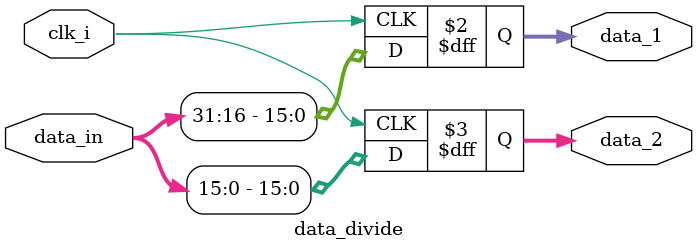
<source format=v>
module data_divide (
		input		        clk_i,
		input 	    [31:0]	data_in,
		output	reg [15:0]	data_1,
		output	reg [15:0]	data_2
	);
 
always @(posedge clk_i) 
begin
    data_1 = data_in[31:16];
	data_2 = data_in[15:0]; 
end
	
endmodule
</source>
